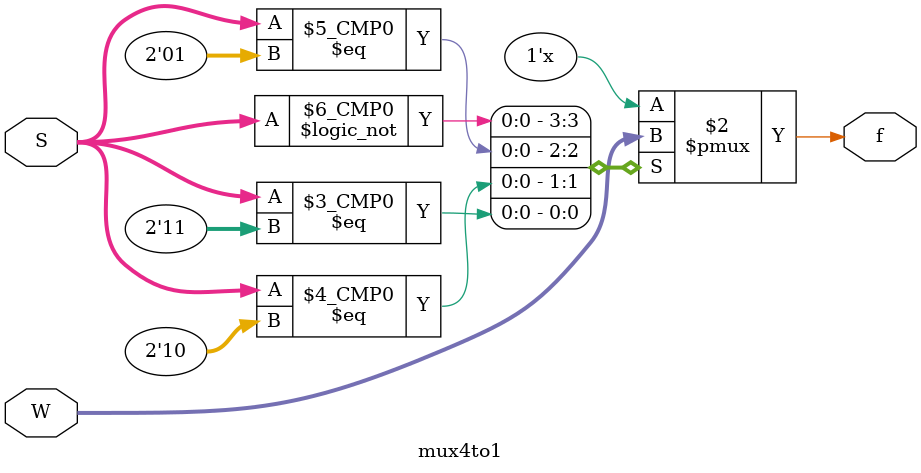
<source format=v>
`timescale 1ns / 1ps

module mux16to1 (W, S, f);

  input [0:15] W;

  input [3:0] S;

  output f;

  wire [0:3] M;

 

  mux4to1 Mux1 (W[0:3], S[1:0], M[0]);

  mux4to1 Mux2 (W[4:7], S[1:0], M[1]);

  mux4to1 Mux3 (W[8:11], S[1:0], M[2]);

  mux4to1 Mux4 (W[12:15], S[1:0], M[3]);

  mux4to1 Mux5 (M[0:3], S[3:2], f);

   

 endmodule
 
 module mux4to1 (W, S, f);

  input [0:3] W;

  input [1:0] S;

  output reg f;

 

  always @(W, S)

  case (S)

  0: f = W[0];

  1: f = W[1];

  2: f = W[2];

  3: f = W[3];

  endcase

 

  endmodule
</source>
